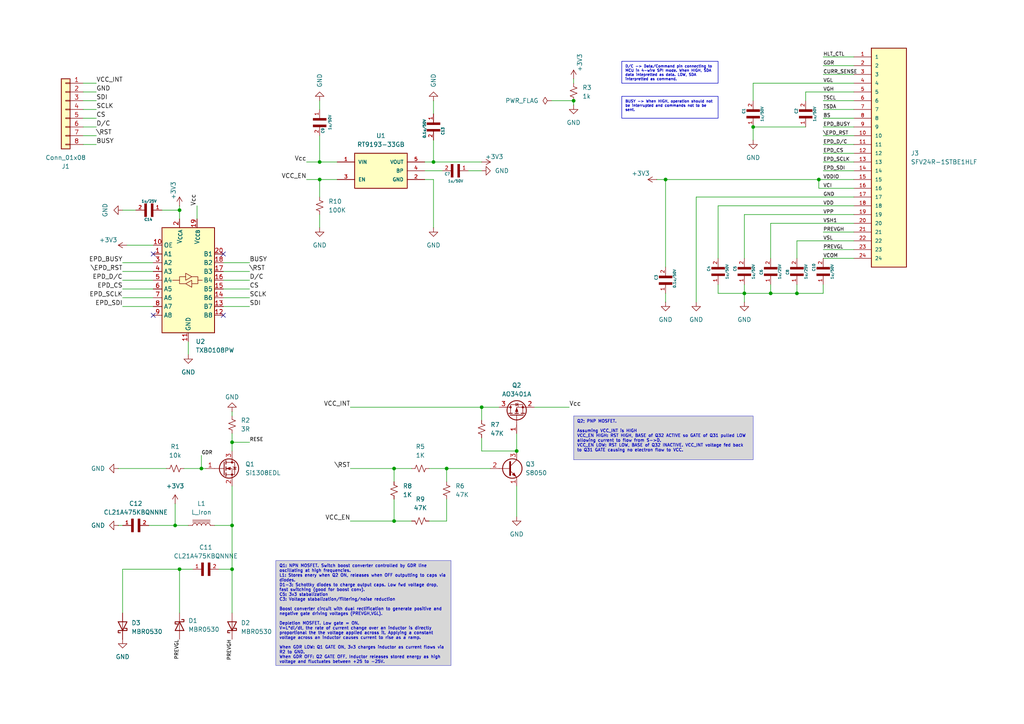
<source format=kicad_sch>
(kicad_sch (version 20250114) (generator "eeschema") (generator_version "9.0")
  (paper "A4")
  (lib_symbols
    (symbol "Capacitors:CL10B105KA8NNNC" (pin_names (offset 1.016))
      (property "Reference" "C" (at 0.254 2.286 0))
      (property "Value" "1u/25V" (at -1.016 -3.048 0))
      (symbol "CL10B105KA8NNNC_0_0"
        (rectangle (start 0 1.905) (end 0.635 -1.9069) (stroke (width 0.1)) (fill (type outline)))
        (rectangle (start 1.9069 1.905) (end 2.54 -1.9069) (stroke (width 0.1)) (fill (type outline)))
        (pin passive line (at -2.54 0 0) (length 2.54) (name "~") (number "1"))
        (pin passive line (at 5.08 0 180) (length 2.54) (name "~") (number "2"))
      )
    )
    (symbol "Capacitors:CL21A475KBQNNNE" (pin_names (offset 1.016))
      (property "Reference" "C" (at 0 3.81 0))
      (property "Value" "CL21A475KBQNNNE" (at 0 -5.08 0))
      (symbol "CL21A475KBQNNNE_0_0"
        (rectangle (start 0 -1.905) (end 0.635 1.905) (stroke (width 0.1)) (fill (type outline)))
        (rectangle (start 1.905 -1.905) (end 2.54 1.905) (stroke (width 0.1)) (fill (type outline)))
        (pin passive line (at -2.54 0 0) (length 2.54) (name "~") (number "2"))
        (pin passive line (at 5.08 0 180) (length 2.54) (name "~") (number "1"))
      )
    )
    (symbol "Capacitors:MBASU168AB5105KTNA01" (pin_names (offset 1.016))
      (property "Reference" "C" (at 0 2.286 0))
      (property "Value" "1u/50V" (at -2.286 -3.048 0))
      (symbol "MBASU168AB5105KTNA01_0_0"
        (rectangle (start -1.27 -1.9069) (end -0.635 1.905) (stroke (width 0.1)) (fill (type outline)))
        (rectangle (start 0.6369 -1.9069) (end 1.27 1.905) (stroke (width 0.1)) (fill (type outline)))
        (pin passive line (at -3.81 0 0) (length 2.54) (name "~") (number "1"))
        (pin passive line (at 3.81 0 180) (length 2.54) (name "~") (number "2"))
      )
    )
    (symbol "Connector_FFC-FPC:SFV24R-1STBE1HLF" (pin_names (offset 1.016))
      (property "Reference" "J" (at -5.08 33.782 0))
      (property "Value" "SFV24R-1STBE1HLF" (at -5.08 -33.02 0))
      (symbol "SFV24R-1STBE1HLF_0_0"
        (rectangle (start -5.08 -30.48) (end 5.08 33.02) (stroke (width 0.254)) (fill (type background)))
        (pin passive line (at -10.16 30.48 0) (length 5.08) (name "1") (number "1"))
        (pin passive line (at -10.16 27.94 0) (length 5.08) (name "2") (number "2"))
        (pin passive line (at -10.16 25.4 0) (length 5.08) (name "3") (number "3"))
        (pin passive line (at -10.16 22.86 0) (length 5.08) (name "4") (number "4"))
        (pin passive line (at -10.16 20.32 0) (length 5.08) (name "5") (number "5"))
        (pin passive line (at -10.16 17.78 0) (length 5.08) (name "6") (number "6"))
        (pin passive line (at -10.16 15.24 0) (length 5.08) (name "7") (number "7"))
        (pin passive line (at -10.16 12.7 0) (length 5.08) (name "8") (number "8"))
        (pin passive line (at -10.16 10.16 0) (length 5.08) (name "9") (number "9"))
        (pin passive line (at -10.16 7.62 0) (length 5.08) (name "10") (number "10"))
        (pin passive line (at -10.16 5.08 0) (length 5.08) (name "11") (number "11"))
        (pin passive line (at -10.16 2.54 0) (length 5.08) (name "12") (number "12"))
        (pin passive line (at -10.16 0 0) (length 5.08) (name "13") (number "13"))
        (pin passive line (at -10.16 -2.54 0) (length 5.08) (name "14") (number "14"))
        (pin passive line (at -10.16 -5.08 0) (length 5.08) (name "15") (number "15"))
        (pin passive line (at -10.16 -7.62 0) (length 5.08) (name "16") (number "16"))
        (pin passive line (at -10.16 -10.16 0) (length 5.08) (name "17") (number "17"))
        (pin passive line (at -10.16 -12.7 0) (length 5.08) (name "18") (number "18"))
        (pin passive line (at -10.16 -15.24 0) (length 5.08) (name "19") (number "19"))
        (pin passive line (at -10.16 -17.78 0) (length 5.08) (name "20") (number "20"))
        (pin passive line (at -10.16 -20.32 0) (length 5.08) (name "21") (number "21"))
        (pin passive line (at -10.16 -22.86 0) (length 5.08) (name "22") (number "22"))
        (pin passive line (at -10.16 -25.4 0) (length 5.08) (name "23") (number "23"))
        (pin passive line (at -10.16 -27.94 0) (length 5.08) (name "24") (number "24"))
      )
    )
    (symbol "Connector_Generic:Conn_01x08" (pin_names (offset 1.016) (hide yes))
      (property "Reference" "J" (at 0 10.16 0))
      (property "Value" "Conn_01x08" (at 0 -12.7 0))
      (symbol "Conn_01x08_1_1"
        (rectangle (start -1.27 8.89) (end 1.27 -11.43) (stroke (width 0.254)) (fill (type background)))
        (rectangle (start -1.27 7.747) (end 0 7.493) (stroke (width 0.1524)))
        (rectangle (start -1.27 5.207) (end 0 4.953) (stroke (width 0.1524)))
        (rectangle (start -1.27 2.667) (end 0 2.413) (stroke (width 0.1524)))
        (rectangle (start -1.27 0.127) (end 0 -0.127) (stroke (width 0.1524)))
        (rectangle (start -1.27 -2.413) (end 0 -2.667) (stroke (width 0.1524)))
        (rectangle (start -1.27 -4.953) (end 0 -5.207) (stroke (width 0.1524)))
        (rectangle (start -1.27 -7.493) (end 0 -7.747) (stroke (width 0.1524)))
        (rectangle (start -1.27 -10.033) (end 0 -10.287) (stroke (width 0.1524)))
        (pin passive line (at -5.08 7.62 0) (length 3.81) (name "Pin_1") (number "1"))
        (pin passive line (at -5.08 5.08 0) (length 3.81) (name "Pin_2") (number "2"))
        (pin passive line (at -5.08 2.54 0) (length 3.81) (name "Pin_3") (number "3"))
        (pin passive line (at -5.08 0 0) (length 3.81) (name "Pin_4") (number "4"))
        (pin passive line (at -5.08 -2.54 0) (length 3.81) (name "Pin_5") (number "5"))
        (pin passive line (at -5.08 -5.08 0) (length 3.81) (name "Pin_6") (number "6"))
        (pin passive line (at -5.08 -7.62 0) (length 3.81) (name "Pin_7") (number "7"))
        (pin passive line (at -5.08 -10.16 0) (length 3.81) (name "Pin_8") (number "8"))
      )
    )
    (symbol "Device:L_Iron" (pin_numbers (hide yes)) (pin_names (offset 1.016) (hide yes))
      (property "Reference" "L" (at -1.27 0 90))
      (property "Value" "L_Iron" (at 2.794 0 90))
      (symbol "L_Iron_0_1"
        (arc (start 0 2.54) (mid 0.6323 1.905) (end 0 1.27))
        (arc (start 0 1.27) (mid 0.6323 0.635) (end 0 0))
        (arc (start 0 0) (mid 0.6323 -0.635) (end 0 -1.27))
        (arc (start 0 -1.27) (mid 0.6323 -1.905) (end 0 -2.54))
        (polyline (pts (xy 1.016 2.54) (xy 1.016 -2.54)))
        (polyline (pts (xy 1.524 -2.54) (xy 1.524 2.54)))
      )
      (symbol "L_Iron_1_1"
        (pin passive line (at 0 3.81 270) (length 1.27) (name "1") (number "1"))
        (pin passive line (at 0 -3.81 90) (length 1.27) (name "2") (number "2"))
      )
    )
    (symbol "Device:R_Small_US" (pin_numbers (hide yes)) (pin_names (offset 0.254) (hide yes))
      (property "Reference" "R" (at 0.762 0.508 0))
      (property "Value" "R_Small_US" (at 0.762 -1.016 0))
      (symbol "R_Small_US_1_1"
        (polyline (pts (xy 0 1.524) (xy 1.016 1.143) (xy 0 0.762) (xy -1.016 0.381) (xy 0 0)))
        (polyline (pts (xy 0 0) (xy 1.016 -0.381) (xy 0 -0.762) (xy -1.016 -1.143) (xy 0 -1.524)))
        (pin passive line (at 0 2.54 270) (length 1.016) (name "~") (number "1"))
        (pin passive line (at 0 -2.54 90) (length 1.016) (name "~") (number "2"))
      )
    )
    (symbol "Diode:MBR0530" (pin_numbers (hide yes)) (pin_names (offset 1.016) (hide yes))
      (property "Reference" "D" (at 0 2.54 0))
      (property "Value" "MBR0530" (at 0 -2.54 0))
      (symbol "MBR0530_0_1"
        (polyline (pts (xy -1.905 0.635) (xy -1.905 1.27) (xy -1.27 1.27) (xy -1.27 -1.27) (xy -0.635 -1.27) (xy -0.635 -0.635)) (stroke (width 0.254)))
        (polyline (pts (xy 1.27 1.27) (xy 1.27 -1.27) (xy -1.27 0) (xy 1.27 1.27)) (stroke (width 0.254)))
        (polyline (pts (xy 1.27 0) (xy -1.27 0)))
      )
      (symbol "MBR0530_1_1"
        (pin passive line (at -3.81 0 0) (length 2.54) (name "K") (number "1"))
        (pin passive line (at 3.81 0 180) (length 2.54) (name "A") (number "2"))
      )
    )
    (symbol "Logic_LevelTranslator:TXB0108PW"
      (property "Reference" "U" (at -6.35 16.51 0))
      (property "Value" "TXB0108PW" (at 3.81 16.51 0))
      (symbol "TXB0108PW_0_1"
        (rectangle (start -7.62 15.24) (end 7.62 -15.24) (stroke (width 0.254)) (fill (type background)))
        (polyline (pts (xy -2.54 0) (xy -2.54 1.016) (xy -0.762 1.016)))
        (polyline (pts (xy -0.762 -1.016) (xy -2.54 -1.016) (xy -2.54 0) (xy -4.572 0)))
        (polyline (pts (xy -0.762 -1.016) (xy 1.016 0) (xy 1.016 -2.032) (xy -0.762 -1.016)))
        (polyline (pts (xy 1.016 1.016) (xy -0.762 0) (xy -0.762 2.032) (xy 1.016 1.016)))
        (polyline (pts (xy 1.016 1.016) (xy 2.794 1.016) (xy 2.794 0) (xy 4.064 0)))
        (polyline (pts (xy 2.794 0) (xy 2.794 -1.016) (xy 1.016 -1.016)))
      )
      (symbol "TXB0108PW_1_1"
        (pin input line (at -10.16 10.16 0) (length 2.54) (name "OE") (number "10"))
        (pin bidirectional line (at -10.16 7.62 0) (length 2.54) (name "A1") (number "1"))
        (pin bidirectional line (at -10.16 5.08 0) (length 2.54) (name "A2") (number "3"))
        (pin bidirectional line (at -10.16 2.54 0) (length 2.54) (name "A3") (number "4"))
        (pin bidirectional line (at -10.16 0 0) (length 2.54) (name "A4") (number "5"))
        (pin bidirectional line (at -10.16 -2.54 0) (length 2.54) (name "A5") (number "6"))
        (pin bidirectional line (at -10.16 -5.08 0) (length 2.54) (name "A6") (number "7"))
        (pin bidirectional line (at -10.16 -7.62 0) (length 2.54) (name "A7") (number "8"))
        (pin bidirectional line (at -10.16 -10.16 0) (length 2.54) (name "A8") (number "9"))
        (pin power_in line (at -2.54 17.78 270) (length 2.54) (name "V_{CCA}") (number "2"))
        (pin power_in line (at 0 -17.78 90) (length 2.54) (name "GND") (number "11"))
        (pin power_in line (at 2.54 17.78 270) (length 2.54) (name "V_{CCB}") (number "19"))
        (pin bidirectional line (at 10.16 7.62 180) (length 2.54) (name "B1") (number "20"))
        (pin bidirectional line (at 10.16 5.08 180) (length 2.54) (name "B2") (number "18"))
        (pin bidirectional line (at 10.16 2.54 180) (length 2.54) (name "B3") (number "17"))
        (pin bidirectional line (at 10.16 0 180) (length 2.54) (name "B4") (number "16"))
        (pin bidirectional line (at 10.16 -2.54 180) (length 2.54) (name "B5") (number "15"))
        (pin bidirectional line (at 10.16 -5.08 180) (length 2.54) (name "B6") (number "14"))
        (pin bidirectional line (at 10.16 -7.62 180) (length 2.54) (name "B7") (number "13"))
        (pin bidirectional line (at 10.16 -10.16 180) (length 2.54) (name "B8") (number "12"))
      )
    )
    (symbol "Transistor_BJT:S8050" (pin_names (offset 0) (hide yes))
      (property "Reference" "Q" (at 5.08 1.905 0))
      (property "Value" "S8050" (at 5.08 0 0))
      (symbol "S8050_0_1"
        (polyline (pts (xy -2.54 0) (xy 0.635 0)))
        (polyline (pts (xy 0.635 1.905) (xy 0.635 -1.905)) (stroke (width 0.508)))
        (circle (center 1.27 0) (radius 2.8194) (stroke (width 0.254)))
      )
      (symbol "S8050_1_1"
        (polyline (pts (xy 0.635 0.635) (xy 2.54 2.54)))
        (polyline (pts (xy 0.635 -0.635) (xy 2.54 -2.54)))
        (polyline (pts (xy 1.27 -1.778) (xy 1.778 -1.27) (xy 2.286 -2.286) (xy 1.27 -1.778)) (fill (type outline)))
        (pin input line (at -5.08 0 0) (length 2.54) (name "B") (number "2"))
        (pin passive line (at 2.54 5.08 270) (length 2.54) (name "C") (number "3"))
        (pin passive line (at 2.54 -5.08 90) (length 2.54) (name "E") (number "1"))
      )
    )
    (symbol "Transistor_FET:AO3401A" (pin_names (hide yes))
      (property "Reference" "Q" (at 5.08 1.905 0))
      (property "Value" "AO3401A" (at 5.08 0 0))
      (symbol "AO3401A_0_1"
        (polyline (pts (xy 0.254 1.905) (xy 0.254 -1.905)) (stroke (width 0.254)))
        (polyline (pts (xy 0.254 0) (xy -2.54 0)))
        (polyline (pts (xy 0.762 2.286) (xy 0.762 1.27)) (stroke (width 0.254)))
        (polyline (pts (xy 0.762 1.778) (xy 3.302 1.778) (xy 3.302 -1.778) (xy 0.762 -1.778)))
        (polyline (pts (xy 0.762 0.508) (xy 0.762 -0.508)) (stroke (width 0.254)))
        (polyline (pts (xy 0.762 -1.27) (xy 0.762 -2.286)) (stroke (width 0.254)))
        (circle (center 1.651 0) (radius 2.794) (stroke (width 0.254)))
        (polyline (pts (xy 2.286 0) (xy 1.27 0.381) (xy 1.27 -0.381) (xy 2.286 0)) (fill (type outline)))
        (polyline (pts (xy 2.54 2.54) (xy 2.54 1.778)))
        (circle (center 2.54 1.778) (radius 0.254) (fill (type outline)))
        (circle (center 2.54 -1.778) (radius 0.254) (fill (type outline)))
        (polyline (pts (xy 2.54 -2.54) (xy 2.54 0) (xy 0.762 0)))
        (polyline (pts (xy 2.794 -0.508) (xy 2.921 -0.381) (xy 3.683 -0.381) (xy 3.81 -0.254)))
        (polyline (pts (xy 3.302 -0.381) (xy 2.921 0.254) (xy 3.683 0.254) (xy 3.302 -0.381)))
      )
      (symbol "AO3401A_1_1"
        (pin input line (at -5.08 0 0) (length 2.54) (name "G") (number "1"))
        (pin passive line (at 2.54 5.08 270) (length 2.54) (name "D") (number "3"))
        (pin passive line (at 2.54 -5.08 90) (length 2.54) (name "S") (number "2"))
      )
    )
    (symbol "Transistor_FET:Si1308EDL" (pin_names (hide yes))
      (property "Reference" "Q" (at 5.08 1.905 0))
      (property "Value" "Si1308EDL" (at 5.08 0 0))
      (symbol "Si1308EDL_0_1"
        (polyline (pts (xy 0.254 1.905) (xy 0.254 -1.905)) (stroke (width 0.254)))
        (polyline (pts (xy 0.254 0) (xy -2.54 0)))
        (polyline (pts (xy 0.762 2.286) (xy 0.762 1.27)) (stroke (width 0.254)))
        (polyline (pts (xy 0.762 0.508) (xy 0.762 -0.508)) (stroke (width 0.254)))
        (polyline (pts (xy 0.762 -1.27) (xy 0.762 -2.286)) (stroke (width 0.254)))
        (polyline (pts (xy 0.762 -1.778) (xy 3.302 -1.778) (xy 3.302 1.778) (xy 0.762 1.778)))
        (polyline (pts (xy 1.016 0) (xy 2.032 0.381) (xy 2.032 -0.381) (xy 1.016 0)) (fill (type outline)))
        (circle (center 1.651 0) (radius 2.794) (stroke (width 0.254)))
        (polyline (pts (xy 2.54 2.54) (xy 2.54 1.778)))
        (circle (center 2.54 1.778) (radius 0.254) (fill (type outline)))
        (circle (center 2.54 -1.778) (radius 0.254) (fill (type outline)))
        (polyline (pts (xy 2.54 -2.54) (xy 2.54 0) (xy 0.762 0)))
        (polyline (pts (xy 2.794 0.508) (xy 2.921 0.381) (xy 3.683 0.381) (xy 3.81 0.254)))
        (polyline (pts (xy 3.302 0.381) (xy 2.921 -0.254) (xy 3.683 -0.254) (xy 3.302 0.381)))
      )
      (symbol "Si1308EDL_1_1"
        (pin input line (at -5.08 0 0) (length 2.54) (name "G") (number "1"))
        (pin passive line (at 2.54 5.08 270) (length 2.54) (name "D") (number "3"))
        (pin passive line (at 2.54 -5.08 90) (length 2.54) (name "S") (number "2"))
      )
    )
    (symbol "VoltageRegulators:RT9193-33GB" (pin_names (offset 1.016))
      (property "Reference" "U" (at -6.3582 6.3582 0))
      (property "Value" "RT9193-33GB" (at -6.3733 -8.9227 0))
      (symbol "RT9193-33GB_0_0"
        (rectangle (start -7.62 -5.08) (end 7.62 5.08) (stroke (width 0.254)) (fill (type background)))
        (pin input line (at -12.7 2.54 0) (length 5.08) (name "VIN") (number "1"))
        (pin input line (at -12.7 -2.54 0) (length 5.08) (name "EN") (number "3"))
        (pin output line (at 12.7 2.54 180) (length 5.08) (name "VOUT") (number "5"))
        (pin passive line (at 12.7 0 180) (length 5.08) (name "BP") (number "4"))
        (pin power_in line (at 12.7 -2.54 180) (length 5.08) (name "GND") (number "2"))
      )
    )
    (symbol "power:+3V3" (power) (pin_numbers (hide yes)) (pin_names (offset 0) (hide yes))
      (property "Value" "+3V3" (at 0 3.556 0))
      (symbol "+3V3_0_1"
        (polyline (pts (xy -0.762 1.27) (xy 0 2.54)))
        (polyline (pts (xy 0 2.54) (xy 0.762 1.27)))
        (polyline (pts (xy 0 0) (xy 0 2.54)))
      )
      (symbol "+3V3_1_1"
        (pin power_in line (at 0 0 90) (length 0) (name "~") (number "1"))
      )
    )
    (symbol "power:GND" (power) (pin_numbers (hide yes)) (pin_names (offset 0) (hide yes))
      (property "Value" "GND" (at 0 -3.81 0))
      (symbol "GND_0_1"
        (polyline (pts (xy 0 0) (xy 0 -1.27) (xy 1.27 -1.27) (xy 0 -2.54) (xy -1.27 -1.27) (xy 0 -1.27)))
      )
      (symbol "GND_1_1"
        (pin power_in line (at 0 0 270) (length 0) (name "~") (number "1"))
      )
    )
    (symbol "power:PWR_FLAG" (power) (pin_numbers (hide yes)) (pin_names (offset 0) (hide yes))
      (property "Value" "PWR_FLAG" (at 0 3.81 0))
      (symbol "PWR_FLAG_0_0"
        (pin power_out line (at 0 0 90) (length 0) (name "~") (number "1"))
      )
      (symbol "PWR_FLAG_0_1"
        (polyline (pts (xy 0 0) (xy 0 1.27) (xy -1.016 1.905) (xy 0 2.54) (xy 1.016 1.905) (xy 0 1.27)))
      )
    )
  )
  (text_box "D/C -> Data/Command pin connecting to MCU in 4-wire SPI mode. When HIGH, SDA data intepretted as data. LOW, SDA interpretted as command." (at 180.34 17.78 0) (size 27.94 6.35) (margins 0.9525 0.9525 0.9525 0.9525) (effects (font (size 0.762 0.762)) (justify left top)))
  (text_box "Q1: NPN MOSFET. Switch boost converter controlled by GDR line oscillating at high frequencies.\nL1: Stores enery when Q2 ON, releases when OFF outputting to caps via diodes.\nD1-3: Schottky diodes to charge output caps. Low fwd voltage drop, fast switching (good for boost conv).\nC5: 3v3 stabalization\nC3: Voltage stabalization/filtering/noise reduction\n\nBoost converter circuit with dual rectification to generate positive and negative gate driving voltages (PREVGH,VGL).\n\nDepletion MOSFET. Low gate = ON. \nV=L*di/dt, the rate of current change over an inductor is directly proportional the the voltage applied across it. Applying a constant voltage across an inductor causes current to rise as a ramp.\n\nWhen GDR LOW: Q1 GATE ON, 3v3 charges inductor as current flows via R2 to GND.\nWhen GDR OFF: Q2 GATE OFF, Inductor releases stored energy as high voltage and fluctuates between +25 to -25V.\n" (at 80.01 162.56 0) (size 50.8 30.48) (margins 0.9525 0.9525 0.9525 0.9525) (stroke (width 0.0508)) (fill (type color) (color 194 194 194 0.64)) (effects (font (size 0.8636 0.8636)) (justify left top)))
  (text_box "BUSY -> When HIGH, operation should not be interrupted and commands not to be sent." (at 180.34 27.94 0) (size 27.94 6.35) (margins 0.9525 0.9525 0.9525 0.9525) (effects (font (size 0.762 0.762)) (justify left top)))
  (text_box "Q2; PNP MOSFET.\n\nAssuming VCC_INT is HIGH\nVCC_EN HIGH: RST HIGH, BASE of Q32 ACTIVE so GATE of Q31 pulled LOW allowing current to flow from S->D.\nVCC_EN LOW: RST LOW, BASE of Q32 INACTIVE. VCC_INT voltage fed back to Q31 GATE causing no electron flow to VCC." (at 166.37 120.65 0) (size 52.07 12.7) (margins 0.9525 0.9525 0.9525 0.9525) (stroke (width 0.0508)) (fill (type color) (color 194 194 194 0.64)) (effects (font (size 0.8636 0.8636)) (justify left top)))
  (junction (at 166.37 29.21))
  (junction (at 92.71 52.07))
  (junction (at 50.8 152.4))
  (junction (at 139.7 118.11))
  (junction (at 52.07 165.1))
  (junction (at 114.3 151.13))
  (junction (at 218.44 36.83))
  (junction (at 223.52 85.09))
  (junction (at 67.31 165.1))
  (junction (at 237.49 52.07))
  (junction (at 125.73 46.99))
  (junction (at 215.9 85.09))
  (junction (at 52.07 60.96))
  (junction (at 67.31 152.4))
  (junction (at 92.71 46.99))
  (junction (at 149.86 130.81))
  (junction (at 129.54 135.89))
  (junction (at 67.31 128.27))
  (junction (at 193.04 52.07))
  (junction (at 58.42 135.89))
  (junction (at 114.3 135.89))
  (junction (at 231.14 85.09))
  (no_connect (at 44.45 73.66))
  (no_connect (at 64.77 91.44))
  (no_connect (at 44.45 91.44))
  (no_connect (at 64.77 73.66))
  (wire (pts (xy 67.31 140.97) (xy 67.31 152.4)))
  (wire (pts (xy 34.29 135.89) (xy 48.26 135.89)))
  (wire (pts (xy 231.14 82.55) (xy 231.14 85.09)))
  (wire (pts (xy 166.37 29.21) (xy 166.37 30.48)))
  (wire (pts (xy 92.71 39.37) (xy 92.71 46.99)))
  (wire (pts (xy 166.37 24.13) (xy 166.37 22.86)))
  (wire (pts (xy 238.76 44.45) (xy 247.65 44.45)))
  (wire (pts (xy 139.7 118.11) (xy 144.78 118.11)))
  (wire (pts (xy 223.52 64.77) (xy 223.52 74.93)))
  (wire (pts (xy 238.76 31.75) (xy 247.65 31.75)))
  (wire (pts (xy 125.73 52.07) (xy 125.73 66.04)))
  (wire (pts (xy 124.46 135.89) (xy 129.54 135.89)))
  (wire (pts (xy 35.56 177.8) (xy 35.56 165.1)))
  (wire (pts (xy 35.56 88.9) (xy 44.45 88.9)))
  (wire (pts (xy 125.73 29.21) (xy 125.73 33.02)))
  (wire (pts (xy 233.68 26.67) (xy 233.68 29.21)))
  (wire (pts (xy 215.9 85.09) (xy 215.9 82.55)))
  (wire (pts (xy 231.14 69.85) (xy 231.14 74.93)))
  (wire (pts (xy 215.9 87.63) (xy 215.9 85.09)))
  (wire (pts (xy 63.5 165.1) (xy 67.31 165.1)))
  (wire (pts (xy 88.9 52.07) (xy 92.71 52.07)))
  (wire (pts (xy 101.6 151.13) (xy 114.3 151.13)))
  (wire (pts (xy 57.15 59.69) (xy 57.15 63.5)))
  (wire (pts (xy 237.49 52.07) (xy 247.65 52.07)))
  (wire (pts (xy 208.28 59.69) (xy 208.28 74.93)))
  (wire (pts (xy 50.8 146.05) (xy 50.8 152.4)))
  (wire (pts (xy 135.89 49.53) (xy 139.7 49.53)))
  (wire (pts (xy 218.44 36.83) (xy 218.44 40.64)))
  (wire (pts (xy 125.73 40.64) (xy 125.73 46.99)))
  (wire (pts (xy 34.29 152.4) (xy 35.56 152.4)))
  (wire (pts (xy 237.49 52.07) (xy 237.49 54.61)))
  (wire (pts (xy 24.13 36.83) (xy 27.94 36.83)))
  (wire (pts (xy 233.68 26.67) (xy 247.65 26.67)))
  (wire (pts (xy 101.6 118.11) (xy 139.7 118.11)))
  (wire (pts (xy 64.77 76.2) (xy 72.39 76.2)))
  (wire (pts (xy 35.56 83.82) (xy 44.45 83.82)))
  (wire (pts (xy 238.76 21.59) (xy 247.65 21.59)))
  (wire (pts (xy 35.56 81.28) (xy 44.45 81.28)))
  (wire (pts (xy 247.65 74.93) (xy 238.76 74.93)))
  (wire (pts (xy 124.46 151.13) (xy 129.54 151.13)))
  (wire (pts (xy 64.77 86.36) (xy 72.39 86.36)))
  (wire (pts (xy 238.76 39.37) (xy 247.65 39.37)))
  (wire (pts (xy 193.04 85.09) (xy 193.04 87.63)))
  (wire (pts (xy 193.04 52.07) (xy 193.04 77.47)))
  (wire (pts (xy 218.44 24.13) (xy 247.65 24.13)))
  (wire (pts (xy 64.77 78.74) (xy 72.39 78.74)))
  (wire (pts (xy 24.13 41.91) (xy 27.94 41.91)))
  (wire (pts (xy 24.13 31.75) (xy 27.94 31.75)))
  (wire (pts (xy 114.3 151.13) (xy 119.38 151.13)))
  (wire (pts (xy 129.54 144.78) (xy 129.54 151.13)))
  (wire (pts (xy 238.76 82.55) (xy 238.76 85.09)))
  (wire (pts (xy 67.31 128.27) (xy 67.31 130.81)))
  (wire (pts (xy 247.65 64.77) (xy 223.52 64.77)))
  (wire (pts (xy 35.56 78.74) (xy 44.45 78.74)))
  (wire (pts (xy 101.6 135.89) (xy 114.3 135.89)))
  (wire (pts (xy 64.77 83.82) (xy 72.39 83.82)))
  (wire (pts (xy 201.93 57.15) (xy 247.65 57.15)))
  (wire (pts (xy 35.56 76.2) (xy 44.45 76.2)))
  (wire (pts (xy 149.86 130.81) (xy 149.86 125.73)))
  (wire (pts (xy 92.71 29.21) (xy 92.71 31.75)))
  (wire (pts (xy 238.76 67.31) (xy 247.65 67.31)))
  (wire (pts (xy 67.31 125.73) (xy 67.31 128.27)))
  (wire (pts (xy 35.56 86.36) (xy 44.45 86.36)))
  (wire (pts (xy 223.52 85.09) (xy 231.14 85.09)))
  (wire (pts (xy 43.18 152.4) (xy 50.8 152.4)))
  (wire (pts (xy 238.76 29.21) (xy 247.65 29.21)))
  (wire (pts (xy 201.93 57.15) (xy 201.93 87.63)))
  (wire (pts (xy 238.76 16.51) (xy 247.65 16.51)))
  (wire (pts (xy 58.42 135.89) (xy 59.69 135.89)))
  (wire (pts (xy 208.28 85.09) (xy 208.28 82.55)))
  (wire (pts (xy 238.76 49.53) (xy 247.65 49.53)))
  (wire (pts (xy 114.3 135.89) (xy 119.38 135.89)))
  (wire (pts (xy 24.13 26.67) (xy 27.94 26.67)))
  (wire (pts (xy 223.52 82.55) (xy 223.52 85.09)))
  (wire (pts (xy 193.04 52.07) (xy 237.49 52.07)))
  (wire (pts (xy 238.76 34.29) (xy 247.65 34.29)))
  (wire (pts (xy 215.9 62.23) (xy 247.65 62.23)))
  (wire (pts (xy 129.54 135.89) (xy 142.24 135.89)))
  (wire (pts (xy 237.49 54.61) (xy 247.65 54.61)))
  (wire (pts (xy 62.23 152.4) (xy 67.31 152.4)))
  (wire (pts (xy 67.31 165.1) (xy 67.31 177.8)))
  (wire (pts (xy 54.61 99.06) (xy 54.61 102.87)))
  (wire (pts (xy 238.76 46.99) (xy 247.65 46.99)))
  (wire (pts (xy 35.56 165.1) (xy 52.07 165.1)))
  (wire (pts (xy 215.9 74.93) (xy 215.9 62.23)))
  (wire (pts (xy 238.76 19.05) (xy 247.65 19.05)))
  (wire (pts (xy 54.61 152.4) (xy 50.8 152.4)))
  (wire (pts (xy 238.76 72.39) (xy 247.65 72.39)))
  (wire (pts (xy 24.13 24.13) (xy 27.94 24.13)))
  (wire (pts (xy 231.14 85.09) (xy 238.76 85.09)))
  (wire (pts (xy 46.99 60.96) (xy 52.07 60.96)))
  (wire (pts (xy 52.07 60.96) (xy 52.07 63.5)))
  (wire (pts (xy 64.77 81.28) (xy 72.39 81.28)))
  (wire (pts (xy 92.71 46.99) (xy 97.79 46.99)))
  (wire (pts (xy 238.76 41.91) (xy 247.65 41.91)))
  (wire (pts (xy 24.13 39.37) (xy 27.94 39.37)))
  (wire (pts (xy 247.65 69.85) (xy 231.14 69.85)))
  (wire (pts (xy 92.71 62.23) (xy 92.71 66.04)))
  (wire (pts (xy 208.28 85.09) (xy 215.9 85.09)))
  (wire (pts (xy 125.73 46.99) (xy 139.7 46.99)))
  (wire (pts (xy 67.31 128.27) (xy 72.39 128.27)))
  (wire (pts (xy 238.76 36.83) (xy 247.65 36.83)))
  (wire (pts (xy 36.83 71.12) (xy 44.45 71.12)))
  (wire (pts (xy 114.3 135.89) (xy 114.3 139.7)))
  (wire (pts (xy 218.44 24.13) (xy 218.44 29.21)))
  (wire (pts (xy 64.77 88.9) (xy 72.39 88.9)))
  (wire (pts (xy 92.71 52.07) (xy 92.71 57.15)))
  (wire (pts (xy 52.07 59.69) (xy 52.07 60.96)))
  (wire (pts (xy 52.07 165.1) (xy 55.88 165.1)))
  (wire (pts (xy 218.44 36.83) (xy 233.68 36.83)))
  (wire (pts (xy 190.5 52.07) (xy 193.04 52.07)))
  (wire (pts (xy 24.13 29.21) (xy 27.94 29.21)))
  (wire (pts (xy 53.34 135.89) (xy 58.42 135.89)))
  (wire (pts (xy 24.13 34.29) (xy 27.94 34.29)))
  (wire (pts (xy 215.9 85.09) (xy 223.52 85.09)))
  (wire (pts (xy 88.9 46.99) (xy 92.71 46.99)))
  (wire (pts (xy 208.28 59.69) (xy 247.65 59.69)))
  (wire (pts (xy 129.54 135.89) (xy 129.54 139.7)))
  (wire (pts (xy 139.7 118.11) (xy 139.7 121.92)))
  (wire (pts (xy 154.94 118.11) (xy 165.1 118.11)))
  (wire (pts (xy 67.31 119.38) (xy 67.31 120.65)))
  (wire (pts (xy 58.42 132.08) (xy 58.42 135.89)))
  (wire (pts (xy 35.56 60.96) (xy 39.37 60.96)))
  (wire (pts (xy 125.73 52.07) (xy 123.19 52.07)))
  (wire (pts (xy 92.71 52.07) (xy 97.79 52.07)))
  (wire (pts (xy 123.19 49.53) (xy 128.27 49.53)))
  (wire (pts (xy 114.3 144.78) (xy 114.3 151.13)))
  (wire (pts (xy 67.31 152.4) (xy 67.31 165.1)))
  (wire (pts (xy 149.86 140.97) (xy 149.86 149.86)))
  (wire (pts (xy 139.7 127) (xy 139.7 130.81)))
  (wire (pts (xy 52.07 165.1) (xy 52.07 177.8)))
  (wire (pts (xy 139.7 130.81) (xy 149.86 130.81)))
  (wire (pts (xy 160.02 29.21) (xy 166.37 29.21)))
  (wire (pts (xy 123.19 46.99) (xy 125.73 46.99)))
  (label "\\RST" (at 72.39 78.74 0))
  (label "EPD_CS" (at 238.76 44.45 0) (effects (font (size 1.016 1.016))))
  (label "SDI" (at 72.39 88.9 0))
  (label "Vcc" (at 88.9 46.99 180))
  (label "GND" (at 238.76 57.15 0) (effects (font (size 1.016 1.016))))
  (label "TSCL" (at 238.76 29.21 0) (effects (font (size 1.016 1.016))))
  (label "CURR_SENSE" (at 238.76 21.59 0) (effects (font (size 1.016 1.016))))
  (label "\\EPD_RST" (at 35.56 78.74 180))
  (label "PREVGH" (at 67.31 185.42 270) (effects (font (size 1.016 1.016))))
  (label "VDD" (at 238.76 59.69 0) (effects (font (size 1.016 1.016))))
  (label "Vcc" (at 57.15 59.69 90))
  (label "GND" (at 27.94 26.67 0))
  (label "PREVGL" (at 52.07 185.42 270) (effects (font (size 1.016 1.016))))
  (label "EPD_D{slash}C" (at 238.76 41.91 0) (effects (font (size 1.016 1.016))))
  (label "VCI" (at 238.76 54.61 0) (effects (font (size 1.016 1.016))))
  (label "SCLK" (at 72.39 86.36 0))
  (label "PREVGL" (at 238.76 72.39 0) (effects (font (size 1.016 1.016))))
  (label "EPD_BUSY" (at 35.56 76.2 180))
  (label "CS" (at 27.94 34.29 0))
  (label "SCLK" (at 27.94 31.75 0))
  (label "VCC_INT" (at 101.6 118.11 180))
  (label "D{slash}C" (at 27.94 36.83 0))
  (label "SDI" (at 27.94 29.21 0))
  (label "Vcc" (at 165.1 118.11 0))
  (label "\\RST" (at 101.6 135.89 180))
  (label "EPD_SCLK" (at 238.76 46.99 0) (effects (font (size 1.016 1.016))))
  (label "VSL" (at 238.76 69.85 0) (effects (font (size 1.016 1.016))))
  (label "VCOM" (at 238.76 74.93 0) (effects (font (size 1.016 1.016))))
  (label "EPD_SCLK" (at 35.56 86.36 180))
  (label "TSDA" (at 238.76 31.75 0) (effects (font (size 1.016 1.016))))
  (label "EPD_BUSY" (at 238.76 36.83 0) (effects (font (size 1.016 1.016))))
  (label "VPP" (at 238.76 62.23 0) (effects (font (size 1.016 1.016))))
  (label "EPD_SDI" (at 238.76 49.53 0) (effects (font (size 1.016 1.016))))
  (label "VDDIO" (at 238.76 52.07 0) (effects (font (size 1.016 1.016))))
  (label "PREVGH" (at 238.76 67.31 0) (effects (font (size 1.016 1.016))))
  (label "VGL" (at 238.76 24.13 0) (effects (font (size 1.016 1.016))))
  (label "VCC_INT" (at 27.94 24.13 0))
  (label "VGH" (at 238.76 26.67 0) (effects (font (size 1.016 1.016))))
  (label "CS" (at 72.39 83.82 0))
  (label "\\EPD_RST" (at 238.76 39.37 0) (effects (font (size 1.016 1.016))))
  (label "\\RST" (at 27.94 39.37 0))
  (label "D{slash}C" (at 72.39 81.28 0))
  (label "EPD_CS" (at 35.56 83.82 180))
  (label "EPD_SDI" (at 35.56 88.9 180))
  (label "GDR" (at 58.42 132.08 0) (effects (font (size 1.016 1.016))))
  (label "VCC_EN" (at 88.9 52.07 180))
  (label "HLT_CTL" (at 238.76 16.51 0) (effects (font (size 1.016 1.016))))
  (label "RESE" (at 72.39 128.27 0) (effects (font (size 1.016 1.016))))
  (label "BUSY" (at 72.39 76.2 0))
  (label "EPD_D{slash}C" (at 35.56 81.28 180))
  (label "GDR" (at 238.76 19.05 0) (effects (font (size 1.016 1.016))))
  (label "BS" (at 238.76 34.29 0) (effects (font (size 1.016 1.016))))
  (label "VCC_EN" (at 101.6 151.13 180))
  (label "VSH1" (at 238.76 64.77 0) (effects (font (size 1.016 1.016))))
  (label "BUSY" (at 27.94 41.91 0))
  (symbol (lib_id "Diode:MBR0530") (at 67.31 181.61 90) (unit 1)
    (property "Reference" "D2" (at 69.85 180.6574 90) (effects (justify right)))
    (property "Value" "MBR0530" (at 69.85 183.1974 90) (effects (justify right)))
    (property "Footprint" "Diode_SMD:D_SOD-123" (effects (hide yes)))
    (property "Datasheet" "http://www.mccsemi.com/up_pdf/MBR0520~MBR0580(SOD123).pdf" (effects (hide yes)))
    (property "Description" "30V 0.5A Schottky Power Rectifier Diode, SOD-123" (effects (hide yes)))
  )
  (symbol (lib_id "Capacitors:MBASU168AB5105KTNA01") (at 208.28 78.74 90) (unit 1)
    (property "Reference" "C4" (at 205.994 78.74 0) (effects (font (size 0.762 0.762)) (justify left bottom)))
    (property "Value" "1u/50V" (at 211.328 81.026 0) (effects (font (size 0.762 0.762)) (justify left bottom)))
    (property "Footprint" "capacitors-cam:CAPC2012X140N" (effects (hide yes)))
    (property "PARTREV" "NA" (effects (hide yes)))
    (property "MANUFACTURER" "Taiyo Yuden" (effects (hide yes)))
    (property "MAXIMUM_PACKAGE_HEIGHT" "0.95mm" (effects (hide yes)))
    (property "STANDARD" "IPC-7351B" (effects (hide yes)))
  )
  (symbol (lib_id "Capacitors:CL10B105KA8NNNC") (at 231.14 80.01 90) (unit 1)
    (property "Reference" "C8" (at 228.854 79.756 0) (effects (font (size 0.762 0.762)) (justify left bottom)))
    (property "Value" "1u/25V" (at 234.188 81.026 0) (effects (font (size 0.762 0.762)) (justify left bottom)))
    (property "Footprint" "capacitors-cam:CAPC1608X90N" (effects (hide yes)))
    (property "PARTREV" "APR.09.2024" (effects (hide yes)))
    (property "STANDARD" "Manufacturer Recommendations" (effects (hide yes)))
    (property "SNAPEDA_PACKAGE_ID" "64242" (effects (hide yes)))
    (property "MAXIMUM_PACKAGE_HEIGHT" "0.9 mm" (effects (hide yes)))
    (property "MANUFACTURER" "Samsung Electro-Mechanics" (effects (hide yes)))
  )
  (symbol (lib_id "power:GND") (at 166.37 30.48 0) (unit 1)
    (property "Reference" "#PWR013" (effects (hide yes)))
    (property "Value" "GND" (at 166.37 35.56 0))
    (property "Description" "Power symbol creates a global label with name \"GND\" , ground" (effects (hide yes)))
  )
  (symbol (lib_id "power:GND") (at 92.71 29.21 180) (unit 1)
    (property "Reference" "#PWR019" (effects (hide yes)))
    (property "Value" "GND" (at 92.7099 25.4 90) (effects (justify right)))
    (property "Description" "Power symbol creates a global label with name \"GND\" , ground" (effects (hide yes)))
  )
  (symbol (lib_id "power:GND") (at 139.7 49.53 90) (unit 1)
    (property "Reference" "#PWR015" (effects (hide yes)))
    (property "Value" "GND" (at 143.51 49.5299 90) (effects (justify right)))
    (property "Description" "Power symbol creates a global label with name \"GND\" , ground" (effects (hide yes)))
  )
  (symbol (lib_id "Capacitors:CL10B105KA8NNNC") (at 44.45 60.96 180) (unit 1)
    (property "Reference" "C14" (at 44.196 63.246 0) (effects (font (size 0.762 0.762)) (justify left bottom)))
    (property "Value" "1u/25V" (at 45.466 57.912 0) (effects (font (size 0.762 0.762)) (justify left bottom)))
    (property "Footprint" "capacitors-cam:CAPC1608X90N" (effects (hide yes)))
    (property "PARTREV" "APR.09.2024" (effects (hide yes)))
    (property "STANDARD" "Manufacturer Recommendations" (effects (hide yes)))
    (property "SNAPEDA_PACKAGE_ID" "64242" (effects (hide yes)))
    (property "MAXIMUM_PACKAGE_HEIGHT" "0.9 mm" (effects (hide yes)))
    (property "MANUFACTURER" "Samsung Electro-Mechanics" (effects (hide yes)))
  )
  (symbol (lib_id "Transistor_FET:AO3401A") (at 149.86 120.65 90) (unit 1)
    (property "Reference" "Q2" (at 149.86 111.76 90))
    (property "Value" "AO3401A" (at 149.86 114.3 90))
    (property "Footprint" "Package_TO_SOT_SMD:SOT-23" (effects (hide yes)))
    (property "Datasheet" "http://www.aosmd.com/pdfs/datasheet/AO3401A.pdf" (effects (hide yes)))
    (property "Description" "-4.0A Id, -30V Vds, P-Channel MOSFET, SOT-23" (effects (hide yes)))
  )
  (symbol (lib_id "power:GND") (at 35.56 60.96 270) (mirror x) (unit 1)
    (property "Reference" "#PWR023" (effects (hide yes)))
    (property "Value" "GND" (at 30.48 60.96 0))
    (property "Description" "Power symbol creates a global label with name \"GND\" , ground" (effects (hide yes)))
  )
  (symbol (lib_id "power:GND") (at 125.73 66.04 0) (unit 1)
    (property "Reference" "#PWR014" (effects (hide yes)))
    (property "Value" "GND" (at 125.73 71.12 0))
    (property "Description" "Power symbol creates a global label with name \"GND\" , ground" (effects (hide yes)))
  )
  (symbol (lib_id "Device:R_Small_US") (at 121.92 151.13 90) (mirror x) (unit 1)
    (property "Reference" "R9" (at 121.92 144.78 90))
    (property "Value" "47K" (at 121.92 147.32 90))
    (property "Footprint" "Resistor_SMD:R_0201_0603Metric" (effects (hide yes)))
    (property "Description" "Resistor, small US symbol" (effects (hide yes)))
  )
  (symbol (lib_id "Capacitors:MBASU168AB5105KTNA01") (at 215.9 78.74 90) (unit 1)
    (property "Reference" "C5" (at 213.614 78.74 0) (effects (font (size 0.762 0.762)) (justify left bottom)))
    (property "Value" "1u/50V" (at 218.948 81.026 0) (effects (font (size 0.762 0.762)) (justify left bottom)))
    (property "Footprint" "capacitors-cam:CAPC2012X140N" (effects (hide yes)))
    (property "PARTREV" "NA" (effects (hide yes)))
    (property "MANUFACTURER" "Taiyo Yuden" (effects (hide yes)))
    (property "MAXIMUM_PACKAGE_HEIGHT" "0.95mm" (effects (hide yes)))
    (property "STANDARD" "IPC-7351B" (effects (hide yes)))
  )
  (symbol (lib_id "Device:R_Small_US") (at 129.54 142.24 180) (unit 1)
    (property "Reference" "R6" (at 132.08 140.9699 0) (effects (justify right)))
    (property "Value" "47K" (at 132.08 143.5099 0) (effects (justify right)))
    (property "Footprint" "Resistor_SMD:R_0201_0603Metric" (effects (hide yes)))
    (property "Description" "Resistor, small US symbol" (effects (hide yes)))
  )
  (symbol (lib_id "Device:L_Iron") (at 58.42 152.4 90) (unit 1)
    (property "Reference" "L1" (at 58.42 146.05 90))
    (property "Value" "L_Iron" (at 58.42 148.59 90))
    (property "Footprint" "inductors:IND_LPS4018-104MRC" (effects (hide yes)))
    (property "Description" "Inductor with iron core" (effects (hide yes)))
  )
  (symbol (lib_id "power:GND") (at 67.31 119.38 180) (unit 1)
    (property "Reference" "#PWR010" (effects (hide yes)))
    (property "Value" "GND" (at 67.31 115.1506 0))
    (property "Description" "Power symbol creates a global label with name \"GND\" , ground" (effects (hide yes)))
  )
  (symbol (lib_id "power:GND") (at 54.61 102.87 0) (mirror y) (unit 1)
    (property "Reference" "#PWR022" (effects (hide yes)))
    (property "Value" "GND" (at 54.61 107.95 0))
    (property "Description" "Power symbol creates a global label with name \"GND\" , ground" (effects (hide yes)))
  )
  (symbol (lib_id "Transistor_BJT:S8050") (at 147.32 135.89 0) (unit 1)
    (property "Reference" "Q3" (at 152.4 134.6199 0) (effects (justify left)))
    (property "Value" "S8050" (at 152.4 137.1599 0) (effects (justify left)))
    (property "Footprint" "Package_TO_SOT_THT:TO-92_Inline" (effects (hide yes)))
    (property "Datasheet" "http://www.unisonic.com.tw/datasheet/S8050.pdf" (effects (hide yes)))
    (property "Description" "0.7A Ic, 20V Vce, Low Voltage High Current NPN Transistor, TO-92" (effects (hide yes)))
  )
  (symbol (lib_id "Capacitors:MBASU168AB5105KTNA01") (at 193.04 81.28 90) (unit 1)
    (property "Reference" "C3" (at 190.754 81.28 0) (effects (font (size 0.762 0.762)) (justify left bottom)))
    (property "Value" "0.1u/50V" (at 196.088 83.566 0) (effects (font (size 0.762 0.762)) (justify left bottom)))
    (property "Footprint" "capacitors-cam:CAPC2012X140N" (effects (hide yes)))
    (property "PARTREV" "NA" (effects (hide yes)))
    (property "MANUFACTURER" "Taiyo Yuden" (effects (hide yes)))
    (property "MAXIMUM_PACKAGE_HEIGHT" "0.95mm" (effects (hide yes)))
    (property "STANDARD" "IPC-7351B" (effects (hide yes)))
  )
  (symbol (lib_id "Device:R_Small_US") (at 114.3 142.24 0) (unit 1)
    (property "Reference" "R8" (at 116.84 140.9699 0) (effects (justify left)))
    (property "Value" "1K" (at 116.84 143.5099 0) (effects (justify left)))
    (property "Footprint" "Resistor_SMD:R_0201_0603Metric" (effects (hide yes)))
    (property "Description" "Resistor, small US symbol" (effects (hide yes)))
  )
  (symbol (lib_id "power:GND") (at 218.44 40.64 0) (unit 1)
    (property "Reference" "#PWR05" (effects (hide yes)))
    (property "Value" "GND" (at 218.44 45.72 0))
    (property "Description" "Power symbol creates a global label with name \"GND\" , ground" (effects (hide yes)))
  )
  (symbol (lib_id "Capacitors:CL21A475KBQNNNE") (at 40.64 152.4 180) (unit 1)
    (property "Reference" "C12" (at 39.37 146.05 0))
    (property "Value" "CL21A475KBQNNNE" (at 39.37 148.59 0))
    (property "Footprint" "capacitors-cam:CAPC2012X140N" (effects (hide yes)))
  )
  (symbol (lib_id "Diode:MBR0530") (at 35.56 181.61 90) (unit 1)
    (property "Reference" "D3" (at 38.1 180.6574 90) (effects (justify right)))
    (property "Value" "MBR0530" (at 38.1 183.1974 90) (effects (justify right)))
    (property "Footprint" "Diode_SMD:D_SOD-123" (effects (hide yes)))
    (property "Datasheet" "http://www.mccsemi.com/up_pdf/MBR0520~MBR0580(SOD123).pdf" (effects (hide yes)))
    (property "Description" "30V 0.5A Schottky Power Rectifier Diode, SOD-123" (effects (hide yes)))
  )
  (symbol (lib_id "power:GND") (at 125.73 29.21 180) (unit 1)
    (property "Reference" "#PWR020" (effects (hide yes)))
    (property "Value" "GND" (at 125.7299 25.4 90) (effects (justify right)))
    (property "Description" "Power symbol creates a global label with name \"GND\" , ground" (effects (hide yes)))
  )
  (symbol (lib_id "power:GND") (at 34.29 135.89 270) (unit 1)
    (property "Reference" "#PWR07" (effects (hide yes)))
    (property "Value" "GND" (at 30.48 135.8899 90) (effects (justify right)))
    (property "Description" "Power symbol creates a global label with name \"GND\" , ground" (effects (hide yes)))
  )
  (symbol (lib_id "Capacitors:CL21A475KBQNNNE") (at 60.96 165.1 180) (unit 1)
    (property "Reference" "C11" (at 59.69 158.75 0))
    (property "Value" "CL21A475KBQNNNE" (at 59.69 161.29 0))
    (property "Footprint" "capacitors-cam:CAPC2012X140N" (effects (hide yes)))
  )
  (symbol (lib_id "Device:R_Small_US") (at 166.37 26.67 180) (unit 1)
    (property "Reference" "R3" (at 168.91 25.3999 0) (effects (justify right)))
    (property "Value" "1k" (at 168.91 27.9399 0) (effects (justify right)))
    (property "Footprint" "Resistor_SMD:R_0201_0603Metric" (effects (hide yes)))
    (property "Description" "Resistor, small US symbol" (effects (hide yes)))
  )
  (symbol (lib_id "power:GND") (at 215.9 87.63 0) (unit 1)
    (property "Reference" "#PWR04" (effects (hide yes)))
    (property "Value" "GND" (at 215.9 92.71 0))
    (property "Description" "Power symbol creates a global label with name \"GND\" , ground" (effects (hide yes)))
  )
  (symbol (lib_id "power:GND") (at 92.71 66.04 0) (unit 1)
    (property "Reference" "#PWR018" (effects (hide yes)))
    (property "Value" "GND" (at 92.71 71.12 0))
    (property "Description" "Power symbol creates a global label with name \"GND\" , ground" (effects (hide yes)))
  )
  (symbol (lib_id "Device:R_Small_US") (at 139.7 124.46 180) (unit 1)
    (property "Reference" "R7" (at 142.24 123.1899 0) (effects (justify right)))
    (property "Value" "47K" (at 142.24 125.7299 0) (effects (justify right)))
    (property "Footprint" "Resistor_SMD:R_0201_0603Metric" (effects (hide yes)))
    (property "Description" "Resistor, small US symbol" (effects (hide yes)))
  )
  (symbol (lib_id "Device:R_Small_US") (at 50.8 135.89 90) (unit 1)
    (property "Reference" "R1" (at 50.8 129.54 90))
    (property "Value" "10k" (at 50.8 132.08 90))
    (property "Footprint" "Resistor_SMD:R_0201_0603Metric" (effects (hide yes)))
    (property "Description" "Resistor, small US symbol" (effects (hide yes)))
  )
  (symbol (lib_id "power:GND") (at 34.29 152.4 270) (unit 1)
    (property "Reference" "#PWR08" (effects (hide yes)))
    (property "Value" "GND" (at 30.48 152.3999 90) (effects (justify right)))
    (property "Description" "Power symbol creates a global label with name \"GND\" , ground" (effects (hide yes)))
  )
  (symbol (lib_id "power:+3V3") (at 166.37 22.86 0) (unit 1)
    (property "Reference" "#PWR012" (effects (hide yes)))
    (property "Value" "+3V3" (at 168.148 20.828 90) (effects (justify left)))
    (property "Description" "Power symbol creates a global label with name \"+3V3\"" (effects (hide yes)))
  )
  (symbol (lib_id "power:+3V3") (at 50.8 146.05 0) (unit 1)
    (property "Reference" "#PWR09" (effects (hide yes)))
    (property "Value" "+3V3" (at 50.8 140.97 0))
    (property "Description" "Power symbol creates a global label with name \"+3V3\"" (effects (hide yes)))
  )
  (symbol (lib_id "power:+3V3") (at 190.5 52.07 90) (unit 1)
    (property "Reference" "#PWR03" (effects (hide yes)))
    (property "Value" "+3V3" (at 188.468 50.292 90) (effects (justify left)))
    (property "Description" "Power symbol creates a global label with name \"+3V3\"" (effects (hide yes)))
  )
  (symbol (lib_id "Device:R_Small_US") (at 92.71 59.69 0) (unit 1)
    (property "Reference" "R10" (at 95.25 58.4199 0) (effects (justify left)))
    (property "Value" "100K" (at 95.25 60.9599 0) (effects (justify left)))
    (property "Footprint" "Resistor_SMD:R_0201_0603Metric" (effects (hide yes)))
    (property "Description" "Resistor, small US symbol" (effects (hide yes)))
  )
  (symbol (lib_id "Logic_LevelTranslator:TXB0108PW") (at 54.61 81.28 0) (unit 1)
    (property "Reference" "U2" (at 56.7533 99.06 0) (effects (justify left)))
    (property "Value" "TXB0108PW" (at 56.7533 101.6 0) (effects (justify left)))
    (property "Footprint" "Package_SO:TSSOP-20_4.4x6.5mm_P0.65mm" (effects (hide yes)))
    (property "Datasheet" "http://www.ti.com/lit/ds/symlink/txb0108.pdf" (effects (hide yes)))
    (property "Description" "8-Bit Bidirectional Voltage-Level Translator, Auto Direction Sensing and ±15-kV ESD Protection, 1.2 - 3.6V APort, 1.65 - 5.5V BPort, TSSOP-20" (effects (hide yes)))
  )
  (symbol (lib_id "Connector_FFC-FPC:SFV24R-1STBE1HLF") (at 257.81 46.99 0) (unit 1)
    (property "Reference" "J3" (at 264.16 44.4499 0) (effects (justify left)))
    (property "Value" "SFV24R-1STBE1HLF" (at 264.16 46.9899 0) (effects (justify left)))
    (property "Footprint" "Connectors-cam:AMPHENOL_SFV24R-1STBE1HLF" (effects (hide yes)))
    (property "PARTREV" "B" (effects (hide yes)))
    (property "STANDARD" "Manufacturer Recommendations" (effects (hide yes)))
    (property "MAXIMUM_PACKAGE_HEIGHT" "2.36mm" (effects (hide yes)))
    (property "MANUFACTURER" "Amphenol" (effects (hide yes)))
  )
  (symbol (lib_id "Capacitors:MBASU168AB5105KTNA01") (at 233.68 33.02 90) (unit 1)
    (property "Reference" "C2" (at 231.394 33.02 0) (effects (font (size 0.762 0.762)) (justify left bottom)))
    (property "Value" "1u/50V" (at 236.728 35.306 0) (effects (font (size 0.762 0.762)) (justify left bottom)))
    (property "Footprint" "capacitors-cam:CAPC2012X140N" (effects (hide yes)))
    (property "PARTREV" "NA" (effects (hide yes)))
    (property "MANUFACTURER" "Taiyo Yuden" (effects (hide yes)))
    (property "MAXIMUM_PACKAGE_HEIGHT" "0.95mm" (effects (hide yes)))
    (property "STANDARD" "IPC-7351B" (effects (hide yes)))
  )
  (symbol (lib_id "Capacitors:MBASU168AB5105KTNA01") (at 132.08 49.53 180) (unit 1)
    (property "Reference" "C7" (at 130.556 50.038 0) (effects (font (size 0.762 0.762)) (justify left bottom)))
    (property "Value" "1u/50V" (at 134.366 52.07 0) (effects (font (size 0.762 0.762)) (justify left bottom)))
    (property "Footprint" "capacitors-cam:CAPC2012X140N" (effects (hide yes)))
    (property "PARTREV" "NA" (effects (hide yes)))
    (property "MANUFACTURER" "Taiyo Yuden" (effects (hide yes)))
    (property "MAXIMUM_PACKAGE_HEIGHT" "0.95mm" (effects (hide yes)))
    (property "STANDARD" "IPC-7351B" (effects (hide yes)))
  )
  (symbol (lib_id "power:GND") (at 201.93 87.63 0) (unit 1)
    (property "Reference" "#PWR02" (effects (hide yes)))
    (property "Value" "GND" (at 201.93 92.71 0))
    (property "Description" "Power symbol creates a global label with name \"GND\" , ground" (effects (hide yes)))
  )
  (symbol (lib_id "Connector_Generic:Conn_01x08") (at 19.05 31.75 0) (mirror y) (unit 1)
    (property "Reference" "J1" (at 19.05 48.26 0))
    (property "Value" "Conn_01x08" (at 19.05 45.72 0))
    (property "Footprint" "Connector_Samtec_HLE_THT:Samtec_HLE-104-02-xx-DV-TE_2x04_P2.54mm_Horizontal" (effects (hide yes)))
    (property "Description" "Generic connector, single row, 01x08, script generated (kicad-library-utils/schlib/autogen/connector/)" (effects (hide yes)))
  )
  (symbol (lib_id "Device:R_Small_US") (at 67.31 123.19 180) (unit 1)
    (property "Reference" "R2" (at 69.85 121.9199 0) (effects (justify right)))
    (property "Value" "3R" (at 69.85 124.4599 0) (effects (justify right)))
    (property "Footprint" "Resistor_SMD:R_0201_0603Metric" (effects (hide yes)))
    (property "Description" "Resistor, small US symbol" (effects (hide yes)))
  )
  (symbol (lib_id "Capacitors:MBASU168AB5105KTNA01") (at 238.76 78.74 90) (unit 1)
    (property "Reference" "C10" (at 236.474 78.74 0) (effects (font (size 0.762 0.762)) (justify left bottom)))
    (property "Value" "1u/50V" (at 241.808 81.026 0) (effects (font (size 0.762 0.762)) (justify left bottom)))
    (property "Footprint" "capacitors-cam:CAPC2012X140N" (effects (hide yes)))
    (property "PARTREV" "NA" (effects (hide yes)))
    (property "MANUFACTURER" "Taiyo Yuden" (effects (hide yes)))
    (property "MAXIMUM_PACKAGE_HEIGHT" "0.95mm" (effects (hide yes)))
    (property "STANDARD" "IPC-7351B" (effects (hide yes)))
  )
  (symbol (lib_id "power:GND") (at 35.56 185.42 0) (unit 1)
    (property "Reference" "#PWR06" (effects (hide yes)))
    (property "Value" "GND" (at 35.56 190.5 0))
    (property "Description" "Power symbol creates a global label with name \"GND\" , ground" (effects (hide yes)))
  )
  (symbol (lib_id "Device:R_Small_US") (at 121.92 135.89 270) (unit 1)
    (property "Reference" "R5" (at 121.92 129.54 90))
    (property "Value" "1K" (at 121.92 132.08 90))
    (property "Footprint" "Resistor_SMD:R_0201_0603Metric" (effects (hide yes)))
    (property "Description" "Resistor, small US symbol" (effects (hide yes)))
  )
  (symbol (lib_id "VoltageRegulators:RT9193-33GB") (at 110.49 49.53 0) (unit 1)
    (property "Reference" "U1" (at 110.49 39.37 0))
    (property "Value" "RT9193-33GB" (at 110.49 41.91 0))
    (property "Footprint" "VoltageRegulators:SOT94P279X129-5N" (effects (hide yes)))
    (property "PRICE" "$0.19 USD" (effects (hide yes)))
    (property "MF" "RICHTEK" (effects (hide yes)))
    (property "AVAILABILITY" "Good" (effects (hide yes)))
    (property "MP" "RT9193-33GB" (effects (hide yes)))
    (property "PACKAGE" "SOT-23-5" (effects (hide yes)))
  )
  (symbol (lib_id "Transistor_FET:Si1308EDL") (at 64.77 135.89 0) (unit 1)
    (property "Reference" "Q1" (at 71.12 134.6199 0) (effects (justify left)))
    (property "Value" "Si1308EDL" (at 71.12 137.1599 0) (effects (justify left)))
    (property "Footprint" "Package_TO_SOT_SMD:SOT-323_SC-70" (effects (hide yes)))
    (property "Datasheet" "https://www.vishay.com/docs/63399/si1308edl.pdf" (effects (hide yes)))
    (property "Description" "30V Vds, 1.4A Id, N-Channel MOSFET, SC-70" (effects (hide yes)))
  )
  (symbol (lib_id "Diode:MBR0530") (at 52.07 181.61 270) (unit 1)
    (property "Reference" "D1" (at 54.61 180.0224 90) (effects (justify left)))
    (property "Value" "MBR0530" (at 54.61 182.5624 90) (effects (justify left)))
    (property "Footprint" "Diode_SMD:D_SOD-123" (effects (hide yes)))
    (property "Datasheet" "http://www.mccsemi.com/up_pdf/MBR0520~MBR0580(SOD123).pdf" (effects (hide yes)))
    (property "Description" "30V 0.5A Schottky Power Rectifier Diode, SOD-123" (effects (hide yes)))
  )
  (symbol (lib_id "Capacitors:MBASU168AB5105KTNA01") (at 218.44 33.02 90) (unit 1)
    (property "Reference" "C1" (at 216.154 33.02 0) (effects (font (size 0.762 0.762)) (justify left bottom)))
    (property "Value" "1u/50V" (at 221.488 35.306 0) (effects (font (size 0.762 0.762)) (justify left bottom)))
    (property "Footprint" "capacitors-cam:CAPC2012X140N" (effects (hide yes)))
    (property "PARTREV" "NA" (effects (hide yes)))
    (property "MANUFACTURER" "Taiyo Yuden" (effects (hide yes)))
    (property "MAXIMUM_PACKAGE_HEIGHT" "0.95mm" (effects (hide yes)))
    (property "STANDARD" "IPC-7351B" (effects (hide yes)))
  )
  (symbol (lib_id "power:+3V3") (at 52.07 59.69 0) (mirror y) (unit 1)
    (property "Reference" "#PWR021" (effects (hide yes)))
    (property "Value" "+3V3" (at 50.292 57.912 90) (effects (justify left)))
    (property "Description" "Power symbol creates a global label with name \"+3V3\"" (effects (hide yes)))
  )
  (symbol (lib_id "power:GND") (at 193.04 87.63 0) (unit 1)
    (property "Reference" "#PWR01" (effects (hide yes)))
    (property "Value" "GND" (at 193.04 92.71 0))
    (property "Description" "Power symbol creates a global label with name \"GND\" , ground" (effects (hide yes)))
  )
  (symbol (lib_id "Capacitors:MBASU168AB5105KTNA01") (at 92.71 35.56 270) (unit 1)
    (property "Reference" "C9" (at 93.218 37.084 0) (effects (font (size 0.762 0.762)) (justify left bottom)))
    (property "Value" "1u/50V" (at 95.25 33.274 0) (effects (font (size 0.762 0.762)) (justify left bottom)))
    (property "Footprint" "capacitors-cam:CAPC2012X140N" (effects (hide yes)))
    (property "PARTREV" "NA" (effects (hide yes)))
    (property "MANUFACTURER" "Taiyo Yuden" (effects (hide yes)))
    (property "MAXIMUM_PACKAGE_HEIGHT" "0.95mm" (effects (hide yes)))
    (property "STANDARD" "IPC-7351B" (effects (hide yes)))
  )
  (symbol (lib_id "power:+3V3") (at 36.83 71.12 90) (mirror x) (unit 1)
    (property "Reference" "#PWR024" (effects (hide yes)))
    (property "Value" "+3V3" (at 34.036 69.596 90) (effects (justify left)))
    (property "Description" "Power symbol creates a global label with name \"+3V3\"" (effects (hide yes)))
  )
  (symbol (lib_id "power:+3V3") (at 139.7 46.99 270) (unit 1)
    (property "Reference" "#PWR017" (effects (hide yes)))
    (property "Value" "+3V3" (at 140.716 45.466 90) (effects (justify left)))
    (property "Description" "Power symbol creates a global label with name \"+3V3\"" (effects (hide yes)))
  )
  (symbol (lib_id "power:PWR_FLAG") (at 160.02 29.21 90) (unit 1)
    (property "Reference" "#FLG01" (effects (hide yes)))
    (property "Value" "PWR_FLAG" (at 156.21 29.2099 90) (effects (justify left)))
    (property "Description" "Special symbol for telling ERC where power comes from" (effects (hide yes)))
  )
  (symbol (lib_id "power:GND") (at 149.86 149.86 0) (unit 1)
    (property "Reference" "#PWR016" (effects (hide yes)))
    (property "Value" "GND" (at 149.86 154.94 0))
    (property "Description" "Power symbol creates a global label with name \"GND\" , ground" (effects (hide yes)))
  )
  (symbol (lib_id "Capacitors:MBASU168AB5105KTNA01") (at 125.73 36.83 270) (unit 1)
    (property "Reference" "C13" (at 128.016 36.83 0) (effects (font (size 0.762 0.762)) (justify left bottom)))
    (property "Value" "0.1u/50V" (at 122.682 34.544 0) (effects (font (size 0.762 0.762)) (justify left bottom)))
    (property "Footprint" "capacitors-cam:CAPC2012X140N" (effects (hide yes)))
    (property "PARTREV" "NA" (effects (hide yes)))
    (property "MANUFACTURER" "Taiyo Yuden" (effects (hide yes)))
    (property "MAXIMUM_PACKAGE_HEIGHT" "0.95mm" (effects (hide yes)))
    (property "STANDARD" "IPC-7351B" (effects (hide yes)))
  )
  (symbol (lib_id "Capacitors:CL10B105KA8NNNC") (at 223.52 80.01 90) (unit 1)
    (property "Reference" "C6" (at 221.234 79.756 0) (effects (font (size 0.762 0.762)) (justify left bottom)))
    (property "Value" "1u/25V" (at 226.568 81.026 0) (effects (font (size 0.762 0.762)) (justify left bottom)))
    (property "Footprint" "capacitors-cam:CAPC1608X90N" (effects (hide yes)))
    (property "PARTREV" "APR.09.2024" (effects (hide yes)))
    (property "STANDARD" "Manufacturer Recommendations" (effects (hide yes)))
    (property "SNAPEDA_PACKAGE_ID" "64242" (effects (hide yes)))
    (property "MAXIMUM_PACKAGE_HEIGHT" "0.9 mm" (effects (hide yes)))
    (property "MANUFACTURER" "Samsung Electro-Mechanics" (effects (hide yes)))
  )
)
</source>
